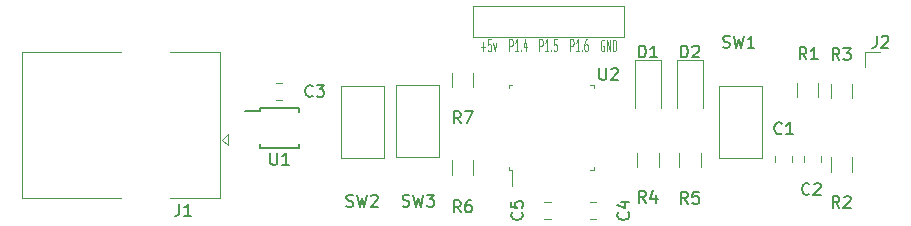
<source format=gto>
G04 #@! TF.GenerationSoftware,KiCad,Pcbnew,(5.1.2)-2*
G04 #@! TF.CreationDate,2019-07-22T13:21:10+02:00*
G04 #@! TF.ProjectId,F38C_U2S,46333843-5f55-4325-932e-6b696361645f,1.0*
G04 #@! TF.SameCoordinates,Original*
G04 #@! TF.FileFunction,Legend,Top*
G04 #@! TF.FilePolarity,Positive*
%FSLAX46Y46*%
G04 Gerber Fmt 4.6, Leading zero omitted, Abs format (unit mm)*
G04 Created by KiCad (PCBNEW (5.1.2)-2) date 2019-07-22 13:21:10*
%MOMM*%
%LPD*%
G04 APERTURE LIST*
%ADD10C,0.100000*%
%ADD11C,0.120000*%
%ADD12C,0.150000*%
G04 APERTURE END LIST*
D10*
X145684952Y-52141428D02*
X146065904Y-52141428D01*
X145875428Y-52522380D02*
X145875428Y-51760476D01*
X146542095Y-51522380D02*
X146304000Y-51522380D01*
X146280190Y-51998571D01*
X146304000Y-51950952D01*
X146351619Y-51903333D01*
X146470666Y-51903333D01*
X146518285Y-51950952D01*
X146542095Y-51998571D01*
X146565904Y-52093809D01*
X146565904Y-52331904D01*
X146542095Y-52427142D01*
X146518285Y-52474761D01*
X146470666Y-52522380D01*
X146351619Y-52522380D01*
X146304000Y-52474761D01*
X146280190Y-52427142D01*
X146732571Y-51855714D02*
X146851619Y-52522380D01*
X146970666Y-51855714D01*
X148117809Y-52522380D02*
X148117809Y-51522380D01*
X148308285Y-51522380D01*
X148355904Y-51570000D01*
X148379714Y-51617619D01*
X148403523Y-51712857D01*
X148403523Y-51855714D01*
X148379714Y-51950952D01*
X148355904Y-51998571D01*
X148308285Y-52046190D01*
X148117809Y-52046190D01*
X148879714Y-52522380D02*
X148594000Y-52522380D01*
X148736857Y-52522380D02*
X148736857Y-51522380D01*
X148689238Y-51665238D01*
X148641619Y-51760476D01*
X148594000Y-51808095D01*
X149094000Y-52427142D02*
X149117809Y-52474761D01*
X149094000Y-52522380D01*
X149070190Y-52474761D01*
X149094000Y-52427142D01*
X149094000Y-52522380D01*
X149546380Y-51855714D02*
X149546380Y-52522380D01*
X149427333Y-51474761D02*
X149308285Y-52189047D01*
X149617809Y-52189047D01*
X150657809Y-52522380D02*
X150657809Y-51522380D01*
X150848285Y-51522380D01*
X150895904Y-51570000D01*
X150919714Y-51617619D01*
X150943523Y-51712857D01*
X150943523Y-51855714D01*
X150919714Y-51950952D01*
X150895904Y-51998571D01*
X150848285Y-52046190D01*
X150657809Y-52046190D01*
X151419714Y-52522380D02*
X151134000Y-52522380D01*
X151276857Y-52522380D02*
X151276857Y-51522380D01*
X151229238Y-51665238D01*
X151181619Y-51760476D01*
X151134000Y-51808095D01*
X151634000Y-52427142D02*
X151657809Y-52474761D01*
X151634000Y-52522380D01*
X151610190Y-52474761D01*
X151634000Y-52427142D01*
X151634000Y-52522380D01*
X152110190Y-51522380D02*
X151872095Y-51522380D01*
X151848285Y-51998571D01*
X151872095Y-51950952D01*
X151919714Y-51903333D01*
X152038761Y-51903333D01*
X152086380Y-51950952D01*
X152110190Y-51998571D01*
X152134000Y-52093809D01*
X152134000Y-52331904D01*
X152110190Y-52427142D01*
X152086380Y-52474761D01*
X152038761Y-52522380D01*
X151919714Y-52522380D01*
X151872095Y-52474761D01*
X151848285Y-52427142D01*
X153273809Y-52522380D02*
X153273809Y-51522380D01*
X153464285Y-51522380D01*
X153511904Y-51570000D01*
X153535714Y-51617619D01*
X153559523Y-51712857D01*
X153559523Y-51855714D01*
X153535714Y-51950952D01*
X153511904Y-51998571D01*
X153464285Y-52046190D01*
X153273809Y-52046190D01*
X154035714Y-52522380D02*
X153750000Y-52522380D01*
X153892857Y-52522380D02*
X153892857Y-51522380D01*
X153845238Y-51665238D01*
X153797619Y-51760476D01*
X153750000Y-51808095D01*
X154250000Y-52427142D02*
X154273809Y-52474761D01*
X154250000Y-52522380D01*
X154226190Y-52474761D01*
X154250000Y-52427142D01*
X154250000Y-52522380D01*
X154702380Y-51522380D02*
X154607142Y-51522380D01*
X154559523Y-51570000D01*
X154535714Y-51617619D01*
X154488095Y-51760476D01*
X154464285Y-51950952D01*
X154464285Y-52331904D01*
X154488095Y-52427142D01*
X154511904Y-52474761D01*
X154559523Y-52522380D01*
X154654761Y-52522380D01*
X154702380Y-52474761D01*
X154726190Y-52427142D01*
X154750000Y-52331904D01*
X154750000Y-52093809D01*
X154726190Y-51998571D01*
X154702380Y-51950952D01*
X154654761Y-51903333D01*
X154559523Y-51903333D01*
X154511904Y-51950952D01*
X154488095Y-51998571D01*
X154464285Y-52093809D01*
X156119047Y-51575000D02*
X156071428Y-51527380D01*
X156000000Y-51527380D01*
X155928571Y-51575000D01*
X155880952Y-51670238D01*
X155857142Y-51765476D01*
X155833333Y-51955952D01*
X155833333Y-52098809D01*
X155857142Y-52289285D01*
X155880952Y-52384523D01*
X155928571Y-52479761D01*
X156000000Y-52527380D01*
X156047619Y-52527380D01*
X156119047Y-52479761D01*
X156142857Y-52432142D01*
X156142857Y-52098809D01*
X156047619Y-52098809D01*
X156357142Y-52527380D02*
X156357142Y-51527380D01*
X156642857Y-52527380D01*
X156642857Y-51527380D01*
X156880952Y-52527380D02*
X156880952Y-51527380D01*
X157000000Y-51527380D01*
X157071428Y-51575000D01*
X157119047Y-51670238D01*
X157142857Y-51765476D01*
X157166666Y-51955952D01*
X157166666Y-52098809D01*
X157142857Y-52289285D01*
X157119047Y-52384523D01*
X157071428Y-52479761D01*
X157000000Y-52527380D01*
X156880952Y-52527380D01*
D11*
X157830000Y-48670000D02*
X157830000Y-50000000D01*
X155230000Y-48670000D02*
X157830000Y-48670000D01*
X157830000Y-48670000D02*
X157830000Y-51330000D01*
X157830000Y-51330000D02*
X145010000Y-51330000D01*
X155230000Y-48670000D02*
X145010000Y-48670000D01*
X145010000Y-48670000D02*
X145010000Y-51330000D01*
X178256500Y-52620000D02*
X179526500Y-52620000D01*
X178256500Y-53890000D02*
X178256500Y-52620000D01*
X124320000Y-59500000D02*
X123820000Y-60000000D01*
X124320000Y-60500000D02*
X124320000Y-59500000D01*
X123820000Y-60000000D02*
X124320000Y-60500000D01*
X106880000Y-52590000D02*
X115240000Y-52590000D01*
X106880000Y-64910000D02*
X106880000Y-52590000D01*
X115240000Y-64910000D02*
X106880000Y-64910000D01*
X123600000Y-52590000D02*
X119340000Y-52590000D01*
X123600000Y-64910000D02*
X123600000Y-52590000D01*
X119340000Y-64910000D02*
X123600000Y-64910000D01*
X143247000Y-54385436D02*
X143247000Y-55589564D01*
X145067000Y-54385436D02*
X145067000Y-55589564D01*
X170625000Y-61366748D02*
X170625000Y-61889252D01*
X172045000Y-61366748D02*
X172045000Y-61889252D01*
X173038000Y-61375748D02*
X173038000Y-61898252D01*
X174458000Y-61375748D02*
X174458000Y-61898252D01*
X128839052Y-55212000D02*
X128316548Y-55212000D01*
X128839052Y-56632000D02*
X128316548Y-56632000D01*
X154944748Y-66710000D02*
X155467252Y-66710000D01*
X154944748Y-65290000D02*
X155467252Y-65290000D01*
X151602752Y-65290000D02*
X151080248Y-65290000D01*
X151602752Y-66710000D02*
X151080248Y-66710000D01*
X158706500Y-53302500D02*
X158706500Y-57362500D01*
X160976500Y-53302500D02*
X158706500Y-53302500D01*
X160976500Y-57362500D02*
X160976500Y-53302500D01*
X162262500Y-53302500D02*
X162262500Y-57362500D01*
X164532500Y-53302500D02*
X162262500Y-53302500D01*
X164532500Y-57362500D02*
X164532500Y-53302500D01*
X172457000Y-55229436D02*
X172457000Y-56433564D01*
X174277000Y-55229436D02*
X174277000Y-56433564D01*
X177134500Y-62720064D02*
X177134500Y-61515936D01*
X175314500Y-62720064D02*
X175314500Y-61515936D01*
X175314500Y-55292936D02*
X175314500Y-56497064D01*
X177134500Y-55292936D02*
X177134500Y-56497064D01*
X158931500Y-61135436D02*
X158931500Y-62339564D01*
X160751500Y-61135436D02*
X160751500Y-62339564D01*
X162487500Y-61135436D02*
X162487500Y-62339564D01*
X164307500Y-61135436D02*
X164307500Y-62339564D01*
X145067000Y-62964564D02*
X145067000Y-61760436D01*
X143247000Y-62964564D02*
X143247000Y-61760436D01*
X165842000Y-55440000D02*
X169462000Y-55440000D01*
X165842000Y-61560000D02*
X165842000Y-55440000D01*
X169462000Y-61560000D02*
X165842000Y-61560000D01*
X169462000Y-55440000D02*
X169462000Y-61560000D01*
X133838000Y-55440000D02*
X137458000Y-55440000D01*
X133838000Y-61560000D02*
X133838000Y-55440000D01*
X137458000Y-61560000D02*
X133838000Y-61560000D01*
X137458000Y-55440000D02*
X137458000Y-61560000D01*
X138537000Y-55360000D02*
X142157000Y-55360000D01*
X138537000Y-61480000D02*
X138537000Y-55360000D01*
X142157000Y-61480000D02*
X138537000Y-61480000D01*
X142157000Y-55360000D02*
X142157000Y-61480000D01*
D12*
X126962600Y-57570800D02*
X125737600Y-57570800D01*
X126962600Y-60695800D02*
X130312600Y-60695800D01*
X126962600Y-57345800D02*
X130312600Y-57345800D01*
X126962600Y-60695800D02*
X126962600Y-60395800D01*
X130312600Y-60695800D02*
X130312600Y-60395800D01*
X130312600Y-57345800D02*
X130312600Y-57645800D01*
X126962600Y-57345800D02*
X126962600Y-57570800D01*
D11*
X148340000Y-62580000D02*
X148340000Y-63895000D01*
X148040000Y-62580000D02*
X148340000Y-62580000D01*
X148040000Y-62280000D02*
X148040000Y-62580000D01*
X148040000Y-55360000D02*
X148340000Y-55360000D01*
X148040000Y-55660000D02*
X148040000Y-55360000D01*
X155260000Y-62580000D02*
X154960000Y-62580000D01*
X155260000Y-62280000D02*
X155260000Y-62580000D01*
X155260000Y-55360000D02*
X154960000Y-55360000D01*
X155260000Y-55660000D02*
X155260000Y-55360000D01*
D12*
X179205866Y-51208780D02*
X179205866Y-51923066D01*
X179158247Y-52065923D01*
X179063009Y-52161161D01*
X178920152Y-52208780D01*
X178824914Y-52208780D01*
X179634438Y-51304019D02*
X179682057Y-51256400D01*
X179777295Y-51208780D01*
X180015390Y-51208780D01*
X180110628Y-51256400D01*
X180158247Y-51304019D01*
X180205866Y-51399257D01*
X180205866Y-51494495D01*
X180158247Y-51637352D01*
X179586819Y-52208780D01*
X180205866Y-52208780D01*
X120166666Y-65452380D02*
X120166666Y-66166666D01*
X120119047Y-66309523D01*
X120023809Y-66404761D01*
X119880952Y-66452380D01*
X119785714Y-66452380D01*
X121166666Y-66452380D02*
X120595238Y-66452380D01*
X120880952Y-66452380D02*
X120880952Y-65452380D01*
X120785714Y-65595238D01*
X120690476Y-65690476D01*
X120595238Y-65738095D01*
X143990333Y-58618380D02*
X143657000Y-58142190D01*
X143418904Y-58618380D02*
X143418904Y-57618380D01*
X143799857Y-57618380D01*
X143895095Y-57666000D01*
X143942714Y-57713619D01*
X143990333Y-57808857D01*
X143990333Y-57951714D01*
X143942714Y-58046952D01*
X143895095Y-58094571D01*
X143799857Y-58142190D01*
X143418904Y-58142190D01*
X144323666Y-57618380D02*
X144990333Y-57618380D01*
X144561761Y-58618380D01*
X171168333Y-59454142D02*
X171120714Y-59501761D01*
X170977857Y-59549380D01*
X170882619Y-59549380D01*
X170739761Y-59501761D01*
X170644523Y-59406523D01*
X170596904Y-59311285D01*
X170549285Y-59120809D01*
X170549285Y-58977952D01*
X170596904Y-58787476D01*
X170644523Y-58692238D01*
X170739761Y-58597000D01*
X170882619Y-58549380D01*
X170977857Y-58549380D01*
X171120714Y-58597000D01*
X171168333Y-58644619D01*
X172120714Y-59549380D02*
X171549285Y-59549380D01*
X171835000Y-59549380D02*
X171835000Y-58549380D01*
X171739761Y-58692238D01*
X171644523Y-58787476D01*
X171549285Y-58835095D01*
X173517833Y-64597642D02*
X173470214Y-64645261D01*
X173327357Y-64692880D01*
X173232119Y-64692880D01*
X173089261Y-64645261D01*
X172994023Y-64550023D01*
X172946404Y-64454785D01*
X172898785Y-64264309D01*
X172898785Y-64121452D01*
X172946404Y-63930976D01*
X172994023Y-63835738D01*
X173089261Y-63740500D01*
X173232119Y-63692880D01*
X173327357Y-63692880D01*
X173470214Y-63740500D01*
X173517833Y-63788119D01*
X173898785Y-63788119D02*
X173946404Y-63740500D01*
X174041642Y-63692880D01*
X174279738Y-63692880D01*
X174374976Y-63740500D01*
X174422595Y-63788119D01*
X174470214Y-63883357D01*
X174470214Y-63978595D01*
X174422595Y-64121452D01*
X173851166Y-64692880D01*
X174470214Y-64692880D01*
X131450133Y-56279142D02*
X131402514Y-56326761D01*
X131259657Y-56374380D01*
X131164419Y-56374380D01*
X131021561Y-56326761D01*
X130926323Y-56231523D01*
X130878704Y-56136285D01*
X130831085Y-55945809D01*
X130831085Y-55802952D01*
X130878704Y-55612476D01*
X130926323Y-55517238D01*
X131021561Y-55422000D01*
X131164419Y-55374380D01*
X131259657Y-55374380D01*
X131402514Y-55422000D01*
X131450133Y-55469619D01*
X131783466Y-55374380D02*
X132402514Y-55374380D01*
X132069180Y-55755333D01*
X132212038Y-55755333D01*
X132307276Y-55802952D01*
X132354895Y-55850571D01*
X132402514Y-55945809D01*
X132402514Y-56183904D01*
X132354895Y-56279142D01*
X132307276Y-56326761D01*
X132212038Y-56374380D01*
X131926323Y-56374380D01*
X131831085Y-56326761D01*
X131783466Y-56279142D01*
X158166642Y-66166666D02*
X158214261Y-66214285D01*
X158261880Y-66357142D01*
X158261880Y-66452380D01*
X158214261Y-66595238D01*
X158119023Y-66690476D01*
X158023785Y-66738095D01*
X157833309Y-66785714D01*
X157690452Y-66785714D01*
X157499976Y-66738095D01*
X157404738Y-66690476D01*
X157309500Y-66595238D01*
X157261880Y-66452380D01*
X157261880Y-66357142D01*
X157309500Y-66214285D01*
X157357119Y-66166666D01*
X157595214Y-65309523D02*
X158261880Y-65309523D01*
X157214261Y-65547619D02*
X157928547Y-65785714D01*
X157928547Y-65166666D01*
X149149642Y-66166666D02*
X149197261Y-66214285D01*
X149244880Y-66357142D01*
X149244880Y-66452380D01*
X149197261Y-66595238D01*
X149102023Y-66690476D01*
X149006785Y-66738095D01*
X148816309Y-66785714D01*
X148673452Y-66785714D01*
X148482976Y-66738095D01*
X148387738Y-66690476D01*
X148292500Y-66595238D01*
X148244880Y-66452380D01*
X148244880Y-66357142D01*
X148292500Y-66214285D01*
X148340119Y-66166666D01*
X148244880Y-65261904D02*
X148244880Y-65738095D01*
X148721071Y-65785714D01*
X148673452Y-65738095D01*
X148625833Y-65642857D01*
X148625833Y-65404761D01*
X148673452Y-65309523D01*
X148721071Y-65261904D01*
X148816309Y-65214285D01*
X149054404Y-65214285D01*
X149149642Y-65261904D01*
X149197261Y-65309523D01*
X149244880Y-65404761D01*
X149244880Y-65642857D01*
X149197261Y-65738095D01*
X149149642Y-65785714D01*
X159103404Y-53039880D02*
X159103404Y-52039880D01*
X159341500Y-52039880D01*
X159484357Y-52087500D01*
X159579595Y-52182738D01*
X159627214Y-52277976D01*
X159674833Y-52468452D01*
X159674833Y-52611309D01*
X159627214Y-52801785D01*
X159579595Y-52897023D01*
X159484357Y-52992261D01*
X159341500Y-53039880D01*
X159103404Y-53039880D01*
X160627214Y-53039880D02*
X160055785Y-53039880D01*
X160341500Y-53039880D02*
X160341500Y-52039880D01*
X160246261Y-52182738D01*
X160151023Y-52277976D01*
X160055785Y-52325595D01*
X162659404Y-53039880D02*
X162659404Y-52039880D01*
X162897500Y-52039880D01*
X163040357Y-52087500D01*
X163135595Y-52182738D01*
X163183214Y-52277976D01*
X163230833Y-52468452D01*
X163230833Y-52611309D01*
X163183214Y-52801785D01*
X163135595Y-52897023D01*
X163040357Y-52992261D01*
X162897500Y-53039880D01*
X162659404Y-53039880D01*
X163611785Y-52135119D02*
X163659404Y-52087500D01*
X163754642Y-52039880D01*
X163992738Y-52039880D01*
X164087976Y-52087500D01*
X164135595Y-52135119D01*
X164183214Y-52230357D01*
X164183214Y-52325595D01*
X164135595Y-52468452D01*
X163564166Y-53039880D01*
X164183214Y-53039880D01*
X173263833Y-53199380D02*
X172930500Y-52723190D01*
X172692404Y-53199380D02*
X172692404Y-52199380D01*
X173073357Y-52199380D01*
X173168595Y-52247000D01*
X173216214Y-52294619D01*
X173263833Y-52389857D01*
X173263833Y-52532714D01*
X173216214Y-52627952D01*
X173168595Y-52675571D01*
X173073357Y-52723190D01*
X172692404Y-52723190D01*
X174216214Y-53199380D02*
X173644785Y-53199380D01*
X173930500Y-53199380D02*
X173930500Y-52199380D01*
X173835261Y-52342238D01*
X173740023Y-52437476D01*
X173644785Y-52485095D01*
X176057833Y-65772380D02*
X175724500Y-65296190D01*
X175486404Y-65772380D02*
X175486404Y-64772380D01*
X175867357Y-64772380D01*
X175962595Y-64820000D01*
X176010214Y-64867619D01*
X176057833Y-64962857D01*
X176057833Y-65105714D01*
X176010214Y-65200952D01*
X175962595Y-65248571D01*
X175867357Y-65296190D01*
X175486404Y-65296190D01*
X176438785Y-64867619D02*
X176486404Y-64820000D01*
X176581642Y-64772380D01*
X176819738Y-64772380D01*
X176914976Y-64820000D01*
X176962595Y-64867619D01*
X177010214Y-64962857D01*
X177010214Y-65058095D01*
X176962595Y-65200952D01*
X176391166Y-65772380D01*
X177010214Y-65772380D01*
X176057833Y-53262880D02*
X175724500Y-52786690D01*
X175486404Y-53262880D02*
X175486404Y-52262880D01*
X175867357Y-52262880D01*
X175962595Y-52310500D01*
X176010214Y-52358119D01*
X176057833Y-52453357D01*
X176057833Y-52596214D01*
X176010214Y-52691452D01*
X175962595Y-52739071D01*
X175867357Y-52786690D01*
X175486404Y-52786690D01*
X176391166Y-52262880D02*
X177010214Y-52262880D01*
X176676880Y-52643833D01*
X176819738Y-52643833D01*
X176914976Y-52691452D01*
X176962595Y-52739071D01*
X177010214Y-52834309D01*
X177010214Y-53072404D01*
X176962595Y-53167642D01*
X176914976Y-53215261D01*
X176819738Y-53262880D01*
X176534023Y-53262880D01*
X176438785Y-53215261D01*
X176391166Y-53167642D01*
X159674833Y-65337880D02*
X159341500Y-64861690D01*
X159103404Y-65337880D02*
X159103404Y-64337880D01*
X159484357Y-64337880D01*
X159579595Y-64385500D01*
X159627214Y-64433119D01*
X159674833Y-64528357D01*
X159674833Y-64671214D01*
X159627214Y-64766452D01*
X159579595Y-64814071D01*
X159484357Y-64861690D01*
X159103404Y-64861690D01*
X160531976Y-64671214D02*
X160531976Y-65337880D01*
X160293880Y-64290261D02*
X160055785Y-65004547D01*
X160674833Y-65004547D01*
X163230833Y-65428380D02*
X162897500Y-64952190D01*
X162659404Y-65428380D02*
X162659404Y-64428380D01*
X163040357Y-64428380D01*
X163135595Y-64476000D01*
X163183214Y-64523619D01*
X163230833Y-64618857D01*
X163230833Y-64761714D01*
X163183214Y-64856952D01*
X163135595Y-64904571D01*
X163040357Y-64952190D01*
X162659404Y-64952190D01*
X164135595Y-64428380D02*
X163659404Y-64428380D01*
X163611785Y-64904571D01*
X163659404Y-64856952D01*
X163754642Y-64809333D01*
X163992738Y-64809333D01*
X164087976Y-64856952D01*
X164135595Y-64904571D01*
X164183214Y-64999809D01*
X164183214Y-65237904D01*
X164135595Y-65333142D01*
X164087976Y-65380761D01*
X163992738Y-65428380D01*
X163754642Y-65428380D01*
X163659404Y-65380761D01*
X163611785Y-65333142D01*
X143990333Y-66153380D02*
X143657000Y-65677190D01*
X143418904Y-66153380D02*
X143418904Y-65153380D01*
X143799857Y-65153380D01*
X143895095Y-65201000D01*
X143942714Y-65248619D01*
X143990333Y-65343857D01*
X143990333Y-65486714D01*
X143942714Y-65581952D01*
X143895095Y-65629571D01*
X143799857Y-65677190D01*
X143418904Y-65677190D01*
X144847476Y-65153380D02*
X144657000Y-65153380D01*
X144561761Y-65201000D01*
X144514142Y-65248619D01*
X144418904Y-65391476D01*
X144371285Y-65581952D01*
X144371285Y-65962904D01*
X144418904Y-66058142D01*
X144466523Y-66105761D01*
X144561761Y-66153380D01*
X144752238Y-66153380D01*
X144847476Y-66105761D01*
X144895095Y-66058142D01*
X144942714Y-65962904D01*
X144942714Y-65724809D01*
X144895095Y-65629571D01*
X144847476Y-65581952D01*
X144752238Y-65534333D01*
X144561761Y-65534333D01*
X144466523Y-65581952D01*
X144418904Y-65629571D01*
X144371285Y-65724809D01*
X166191666Y-52173761D02*
X166334523Y-52221380D01*
X166572619Y-52221380D01*
X166667857Y-52173761D01*
X166715476Y-52126142D01*
X166763095Y-52030904D01*
X166763095Y-51935666D01*
X166715476Y-51840428D01*
X166667857Y-51792809D01*
X166572619Y-51745190D01*
X166382142Y-51697571D01*
X166286904Y-51649952D01*
X166239285Y-51602333D01*
X166191666Y-51507095D01*
X166191666Y-51411857D01*
X166239285Y-51316619D01*
X166286904Y-51269000D01*
X166382142Y-51221380D01*
X166620238Y-51221380D01*
X166763095Y-51269000D01*
X167096428Y-51221380D02*
X167334523Y-52221380D01*
X167525000Y-51507095D01*
X167715476Y-52221380D01*
X167953571Y-51221380D01*
X168858333Y-52221380D02*
X168286904Y-52221380D01*
X168572619Y-52221380D02*
X168572619Y-51221380D01*
X168477380Y-51364238D01*
X168382142Y-51459476D01*
X168286904Y-51507095D01*
X134314666Y-65635761D02*
X134457523Y-65683380D01*
X134695619Y-65683380D01*
X134790857Y-65635761D01*
X134838476Y-65588142D01*
X134886095Y-65492904D01*
X134886095Y-65397666D01*
X134838476Y-65302428D01*
X134790857Y-65254809D01*
X134695619Y-65207190D01*
X134505142Y-65159571D01*
X134409904Y-65111952D01*
X134362285Y-65064333D01*
X134314666Y-64969095D01*
X134314666Y-64873857D01*
X134362285Y-64778619D01*
X134409904Y-64731000D01*
X134505142Y-64683380D01*
X134743238Y-64683380D01*
X134886095Y-64731000D01*
X135219428Y-64683380D02*
X135457523Y-65683380D01*
X135648000Y-64969095D01*
X135838476Y-65683380D01*
X136076571Y-64683380D01*
X136409904Y-64778619D02*
X136457523Y-64731000D01*
X136552761Y-64683380D01*
X136790857Y-64683380D01*
X136886095Y-64731000D01*
X136933714Y-64778619D01*
X136981333Y-64873857D01*
X136981333Y-64969095D01*
X136933714Y-65111952D01*
X136362285Y-65683380D01*
X136981333Y-65683380D01*
X139077166Y-65619261D02*
X139220023Y-65666880D01*
X139458119Y-65666880D01*
X139553357Y-65619261D01*
X139600976Y-65571642D01*
X139648595Y-65476404D01*
X139648595Y-65381166D01*
X139600976Y-65285928D01*
X139553357Y-65238309D01*
X139458119Y-65190690D01*
X139267642Y-65143071D01*
X139172404Y-65095452D01*
X139124785Y-65047833D01*
X139077166Y-64952595D01*
X139077166Y-64857357D01*
X139124785Y-64762119D01*
X139172404Y-64714500D01*
X139267642Y-64666880D01*
X139505738Y-64666880D01*
X139648595Y-64714500D01*
X139981928Y-64666880D02*
X140220023Y-65666880D01*
X140410500Y-64952595D01*
X140600976Y-65666880D01*
X140839071Y-64666880D01*
X141124785Y-64666880D02*
X141743833Y-64666880D01*
X141410500Y-65047833D01*
X141553357Y-65047833D01*
X141648595Y-65095452D01*
X141696214Y-65143071D01*
X141743833Y-65238309D01*
X141743833Y-65476404D01*
X141696214Y-65571642D01*
X141648595Y-65619261D01*
X141553357Y-65666880D01*
X141267642Y-65666880D01*
X141172404Y-65619261D01*
X141124785Y-65571642D01*
X127875695Y-61140180D02*
X127875695Y-61949704D01*
X127923314Y-62044942D01*
X127970933Y-62092561D01*
X128066171Y-62140180D01*
X128256647Y-62140180D01*
X128351885Y-62092561D01*
X128399504Y-62044942D01*
X128447123Y-61949704D01*
X128447123Y-61140180D01*
X129447123Y-62140180D02*
X128875695Y-62140180D01*
X129161409Y-62140180D02*
X129161409Y-61140180D01*
X129066171Y-61283038D01*
X128970933Y-61378276D01*
X128875695Y-61425895D01*
X155738095Y-53952380D02*
X155738095Y-54761904D01*
X155785714Y-54857142D01*
X155833333Y-54904761D01*
X155928571Y-54952380D01*
X156119047Y-54952380D01*
X156214285Y-54904761D01*
X156261904Y-54857142D01*
X156309523Y-54761904D01*
X156309523Y-53952380D01*
X156738095Y-54047619D02*
X156785714Y-54000000D01*
X156880952Y-53952380D01*
X157119047Y-53952380D01*
X157214285Y-54000000D01*
X157261904Y-54047619D01*
X157309523Y-54142857D01*
X157309523Y-54238095D01*
X157261904Y-54380952D01*
X156690476Y-54952380D01*
X157309523Y-54952380D01*
M02*

</source>
